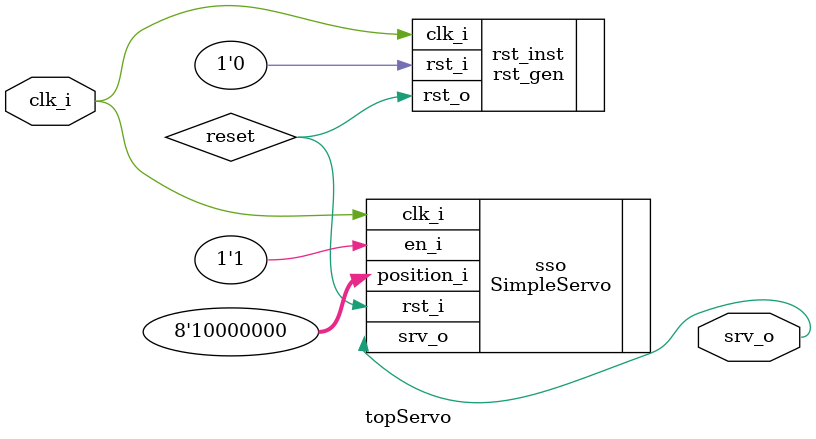
<source format=v>
module topServo (
    input clk_i,
    output reg srv_o
);

reg reset;
rst_gen rst_inst (.clk_i(clk_i), .rst_i(1'b0), .rst_o(reset));

SimpleServo sso (
    .clk_i(clk_i),
    .rst_i(reset),
    .en_i(1'b1),
    .position_i(8'h80),
    .srv_o(srv_o));


endmodule

</source>
